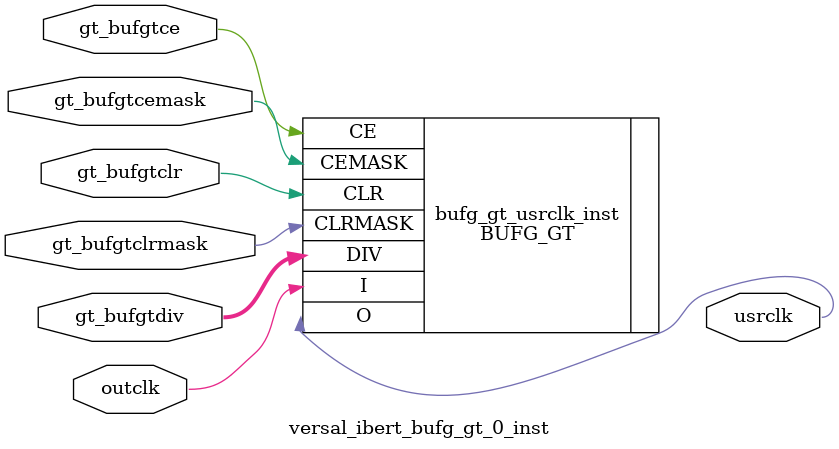
<source format=v>




`timescale 1ns / 1ps



module versal_ibert_bufg_gt_0_inst  (
    input outclk,
    input gt_bufgtce,
    input gt_bufgtcemask,
    input gt_bufgtclr,
    input gt_bufgtclrmask,
    input [2:0] gt_bufgtdiv,
    output usrclk
    );
     
      wire sync_ce;
      wire sync_clr;

      //BUFG_GT_SYNC sync_clr_ce (.CESYNC(sync_ce), .CLRSYNC(sync_clr), .CE(gt_bufgtce), .CLK(outclk), .CLR(gt_bufgtclr));
    //assign usrclk = outclk;
      BUFG_GT #(
        .SIM_DEVICE ("VERSAL_PREMIUM")
      ) bufg_gt_usrclk_inst (
        .CE      (gt_bufgtce),
        .CEMASK  (gt_bufgtcemask),
        .CLR     (gt_bufgtclr),
        .CLRMASK (gt_bufgtclrmask),
        .DIV     (gt_bufgtdiv),
        .I       (outclk),
        .O       (usrclk)
      );
endmodule
//------}

</source>
